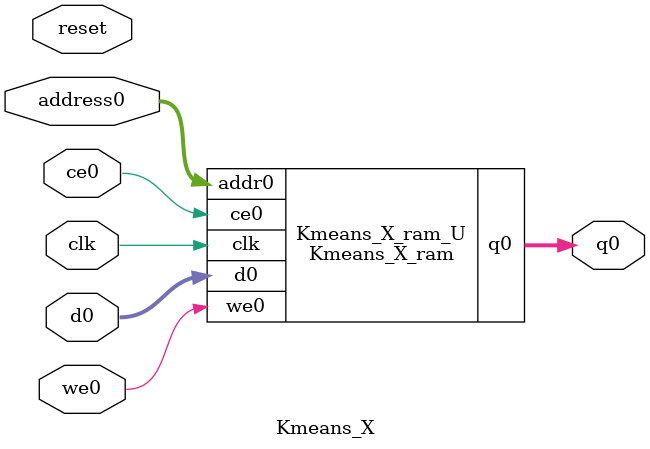
<source format=v>
`timescale 1 ns / 1 ps
module Kmeans_X_ram (addr0, ce0, d0, we0, q0,  clk);

parameter DWIDTH = 32;
parameter AWIDTH = 7;
parameter MEM_SIZE = 128;

input[AWIDTH-1:0] addr0;
input ce0;
input[DWIDTH-1:0] d0;
input we0;
output reg[DWIDTH-1:0] q0;
input clk;

(* ram_style = "block" *)reg [DWIDTH-1:0] ram[0:MEM_SIZE-1];




always @(posedge clk)  
begin 
    if (ce0) 
    begin
        if (we0) 
        begin 
            ram[addr0] <= d0; 
        end 
        q0 <= ram[addr0];
    end
end


endmodule

`timescale 1 ns / 1 ps
module Kmeans_X(
    reset,
    clk,
    address0,
    ce0,
    we0,
    d0,
    q0);

parameter DataWidth = 32'd32;
parameter AddressRange = 32'd128;
parameter AddressWidth = 32'd7;
input reset;
input clk;
input[AddressWidth - 1:0] address0;
input ce0;
input we0;
input[DataWidth - 1:0] d0;
output[DataWidth - 1:0] q0;



Kmeans_X_ram Kmeans_X_ram_U(
    .clk( clk ),
    .addr0( address0 ),
    .ce0( ce0 ),
    .we0( we0 ),
    .d0( d0 ),
    .q0( q0 ));

endmodule


</source>
